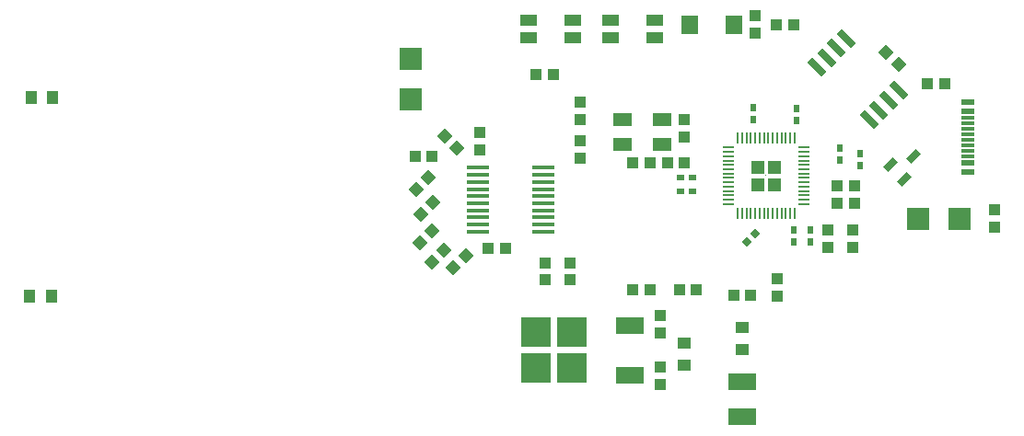
<source format=gtp>
G04*
G04 #@! TF.GenerationSoftware,Altium Limited,CircuitStudio,1.5.2 (30)*
G04*
G04 Layer_Color=7318015*
%FSLAX25Y25*%
%MOIN*%
G70*
G01*
G75*
%ADD12R,0.09843X0.05906*%
%ADD15R,0.06299X0.04134*%
%ADD16P,0.05568X4X270.0*%
%ADD17R,0.03937X0.03937*%
%ADD18P,0.05568X4X180.0*%
%ADD19R,0.03937X0.03937*%
%ADD20R,0.02756X0.02362*%
%ADD21R,0.02362X0.02756*%
G04:AMPARAMS|DCode=22|XSize=27.56mil|YSize=23.62mil|CornerRadius=0mil|HoleSize=0mil|Usage=FLASHONLY|Rotation=225.000|XOffset=0mil|YOffset=0mil|HoleType=Round|Shape=Rectangle|*
%AMROTATEDRECTD22*
4,1,4,0.00139,0.01810,0.01810,0.00139,-0.00139,-0.01810,-0.01810,-0.00139,0.00139,0.01810,0.0*
%
%ADD22ROTATEDRECTD22*%

G04:AMPARAMS|DCode=23|XSize=23.62mil|YSize=70.87mil|CornerRadius=0mil|HoleSize=0mil|Usage=FLASHONLY|Rotation=225.000|XOffset=0mil|YOffset=0mil|HoleType=Round|Shape=Rectangle|*
%AMROTATEDRECTD23*
4,1,4,-0.01670,0.03341,0.03341,-0.01670,0.01670,-0.03341,-0.03341,0.01670,-0.01670,0.03341,0.0*
%
%ADD23ROTATEDRECTD23*%

G04:AMPARAMS|DCode=24|XSize=51.18mil|YSize=23.62mil|CornerRadius=0mil|HoleSize=0mil|Usage=FLASHONLY|Rotation=45.000|XOffset=0mil|YOffset=0mil|HoleType=Round|Shape=Rectangle|*
%AMROTATEDRECTD24*
4,1,4,-0.00974,-0.02645,-0.02645,-0.00974,0.00974,0.02645,0.02645,0.00974,-0.00974,-0.02645,0.0*
%
%ADD24ROTATEDRECTD24*%

%ADD25R,0.04528X0.02362*%
%ADD26R,0.04528X0.01181*%
%ADD28R,0.00787X0.03937*%
%ADD29R,0.03937X0.00787*%
%ADD30R,0.07874X0.01654*%
%ADD31R,0.07087X0.05118*%
%ADD32R,0.06299X0.07087*%
%ADD33R,0.07874X0.07874*%
%ADD34R,0.07874X0.07874*%
%ADD35R,0.04724X0.03937*%
%ADD36R,0.09843X0.06299*%
%ADD37R,0.03937X0.04724*%
%ADD74R,0.10630X0.10630*%
%ADD75R,0.04724X0.04724*%
%ADD76R,0.04724X0.04724*%
%ADD77R,0.00000X0.00000*%
D12*
X227362Y43780D02*
D03*
Y61890D02*
D03*
D15*
X220276Y166142D02*
D03*
X236417D02*
D03*
Y172441D02*
D03*
X220276D02*
D03*
X190748Y166142D02*
D03*
X206890D02*
D03*
Y172441D02*
D03*
X190748D02*
D03*
D16*
X160101Y89235D02*
D03*
X155647Y84781D02*
D03*
X155770Y96322D02*
D03*
X151316Y91867D02*
D03*
X156164Y106558D02*
D03*
X151710Y102104D02*
D03*
X154589Y115613D02*
D03*
X150135Y111159D02*
D03*
X167975Y87266D02*
D03*
X163521Y82812D02*
D03*
D17*
X155905Y123228D02*
D03*
X149606D02*
D03*
X199606Y152756D02*
D03*
X193307D02*
D03*
X308661Y112598D02*
D03*
X302362D02*
D03*
X308661Y106299D02*
D03*
X302362D02*
D03*
X182283Y89764D02*
D03*
X175984D02*
D03*
X280315Y170866D02*
D03*
X286614D02*
D03*
X228346Y120866D02*
D03*
X234646D02*
D03*
X251575Y74803D02*
D03*
X245276D02*
D03*
X341339Y149606D02*
D03*
X335039D02*
D03*
X240945Y120866D02*
D03*
X247244D02*
D03*
X271260Y72835D02*
D03*
X264961D02*
D03*
X228346Y74803D02*
D03*
X234646D02*
D03*
D18*
X164825Y126119D02*
D03*
X160371Y130574D02*
D03*
X324668Y156434D02*
D03*
X320214Y160889D02*
D03*
D19*
X173228Y125591D02*
D03*
Y131890D02*
D03*
X209449Y142913D02*
D03*
Y136614D02*
D03*
Y128740D02*
D03*
Y122441D02*
D03*
X308268Y90158D02*
D03*
Y96457D02*
D03*
X238583Y59055D02*
D03*
Y65354D02*
D03*
Y46850D02*
D03*
Y40551D02*
D03*
X247244Y136614D02*
D03*
Y130315D02*
D03*
X280709Y72441D02*
D03*
Y78740D02*
D03*
X205906Y84646D02*
D03*
Y78347D02*
D03*
X359449Y103937D02*
D03*
Y97638D02*
D03*
X272835Y174016D02*
D03*
Y167717D02*
D03*
X299213Y90158D02*
D03*
Y96457D02*
D03*
X196850Y84646D02*
D03*
Y78347D02*
D03*
D20*
X245866Y110630D02*
D03*
X250197D02*
D03*
X245866Y115354D02*
D03*
X250197D02*
D03*
D21*
X303543Y126181D02*
D03*
Y121850D02*
D03*
X287795Y140354D02*
D03*
Y136024D02*
D03*
X272047Y140748D02*
D03*
Y136417D02*
D03*
X286614Y92323D02*
D03*
Y96653D02*
D03*
X310630Y124213D02*
D03*
Y119882D02*
D03*
X292913Y92323D02*
D03*
Y96653D02*
D03*
D22*
X269729Y92170D02*
D03*
X272791Y95232D02*
D03*
D23*
X314004Y136413D02*
D03*
X317540Y139948D02*
D03*
X321076Y143484D02*
D03*
X324611Y147019D02*
D03*
X305681Y165950D02*
D03*
X302145Y162414D02*
D03*
X298609Y158879D02*
D03*
X295074Y155343D02*
D03*
D24*
X326907Y114722D02*
D03*
X321618Y120011D02*
D03*
X330108Y123213D02*
D03*
D25*
X349754Y142717D02*
D03*
Y139567D02*
D03*
Y120669D02*
D03*
Y117520D02*
D03*
D26*
Y135039D02*
D03*
Y133071D02*
D03*
Y131102D02*
D03*
Y137008D02*
D03*
Y123228D02*
D03*
Y129134D02*
D03*
Y127165D02*
D03*
Y125197D02*
D03*
D28*
X287008Y129921D02*
D03*
X285433D02*
D03*
X283858D02*
D03*
X282283D02*
D03*
X280709D02*
D03*
X279134D02*
D03*
X277559D02*
D03*
X275984D02*
D03*
X274410D02*
D03*
X272835D02*
D03*
X271260D02*
D03*
X269685D02*
D03*
X268110D02*
D03*
X266535D02*
D03*
Y102362D02*
D03*
X268110D02*
D03*
X269685D02*
D03*
X271260D02*
D03*
X272835D02*
D03*
X274410D02*
D03*
X275984D02*
D03*
X277559D02*
D03*
X279134D02*
D03*
X280709D02*
D03*
X282283D02*
D03*
X283858D02*
D03*
X285433D02*
D03*
X287008D02*
D03*
D29*
X262992Y126378D02*
D03*
Y124803D02*
D03*
Y123228D02*
D03*
Y121653D02*
D03*
Y120079D02*
D03*
Y118504D02*
D03*
Y116929D02*
D03*
Y115354D02*
D03*
Y113779D02*
D03*
Y112205D02*
D03*
Y110630D02*
D03*
Y109055D02*
D03*
Y107480D02*
D03*
Y105905D02*
D03*
X290551D02*
D03*
Y107480D02*
D03*
Y109055D02*
D03*
Y110630D02*
D03*
Y112205D02*
D03*
Y113779D02*
D03*
Y115354D02*
D03*
Y116929D02*
D03*
Y118504D02*
D03*
Y120079D02*
D03*
Y121653D02*
D03*
Y123228D02*
D03*
Y124803D02*
D03*
Y126378D02*
D03*
D30*
X172441Y95964D02*
D03*
Y98524D02*
D03*
Y101083D02*
D03*
Y103642D02*
D03*
Y106201D02*
D03*
Y108760D02*
D03*
Y111319D02*
D03*
Y113878D02*
D03*
Y116437D02*
D03*
Y118996D02*
D03*
X196063D02*
D03*
Y116437D02*
D03*
Y113878D02*
D03*
Y111319D02*
D03*
Y108760D02*
D03*
Y106201D02*
D03*
Y103642D02*
D03*
Y101083D02*
D03*
Y98524D02*
D03*
Y95964D02*
D03*
D31*
X224803Y136417D02*
D03*
X238976D02*
D03*
Y127362D02*
D03*
X224803D02*
D03*
D32*
X249213Y170866D02*
D03*
X264961D02*
D03*
D33*
X331890Y100394D02*
D03*
X346850D02*
D03*
D34*
X148031Y158661D02*
D03*
Y143701D02*
D03*
D35*
X268110Y53150D02*
D03*
Y61024D02*
D03*
X247244Y47638D02*
D03*
Y55512D02*
D03*
D36*
X268110Y41339D02*
D03*
Y28740D02*
D03*
D37*
X10630Y144488D02*
D03*
X18504D02*
D03*
X10236Y72441D02*
D03*
X18110D02*
D03*
D74*
X206496Y46338D02*
D03*
Y59331D02*
D03*
X193504D02*
D03*
Y46338D02*
D03*
D75*
X273622Y119291D02*
D03*
X279921Y112992D02*
D03*
X279921Y119291D02*
D03*
D76*
X273622Y112992D02*
D03*
D77*
X276772Y116142D02*
D03*
M02*

</source>
